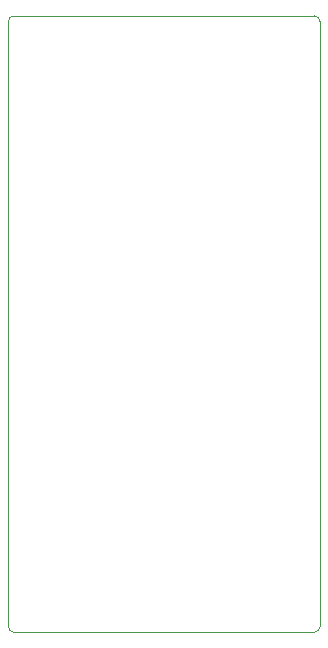
<source format=gm1>
G04 #@! TF.GenerationSoftware,KiCad,Pcbnew,8.0.0*
G04 #@! TF.CreationDate,2024-06-27T16:52:22+02:00*
G04 #@! TF.ProjectId,BatteryBridge,42617474-6572-4794-9272-696467652e6b,rev?*
G04 #@! TF.SameCoordinates,Original*
G04 #@! TF.FileFunction,Profile,NP*
%FSLAX46Y46*%
G04 Gerber Fmt 4.6, Leading zero omitted, Abs format (unit mm)*
G04 Created by KiCad (PCBNEW 8.0.0) date 2024-06-27 16:52:22*
%MOMM*%
%LPD*%
G01*
G04 APERTURE LIST*
G04 #@! TA.AperFunction,Profile*
%ADD10C,0.050000*%
G04 #@! TD*
G04 APERTURE END LIST*
D10*
X86741000Y-37211000D02*
G75*
G02*
X87249000Y-37719000I0J-508000D01*
G01*
X60833000Y-37719000D02*
G75*
G02*
X61341000Y-37211000I508000J0D01*
G01*
X61341000Y-89408000D02*
G75*
G02*
X60833000Y-88900000I0J508000D01*
G01*
X87249000Y-88900000D02*
G75*
G02*
X86741000Y-89408000I-508000J0D01*
G01*
X61341000Y-89408000D02*
X86741000Y-89408000D01*
X60833000Y-37719000D02*
X60833000Y-88900000D01*
X86741000Y-37211000D02*
X61341000Y-37211000D01*
X87249000Y-88900000D02*
X87249000Y-37719000D01*
M02*

</source>
